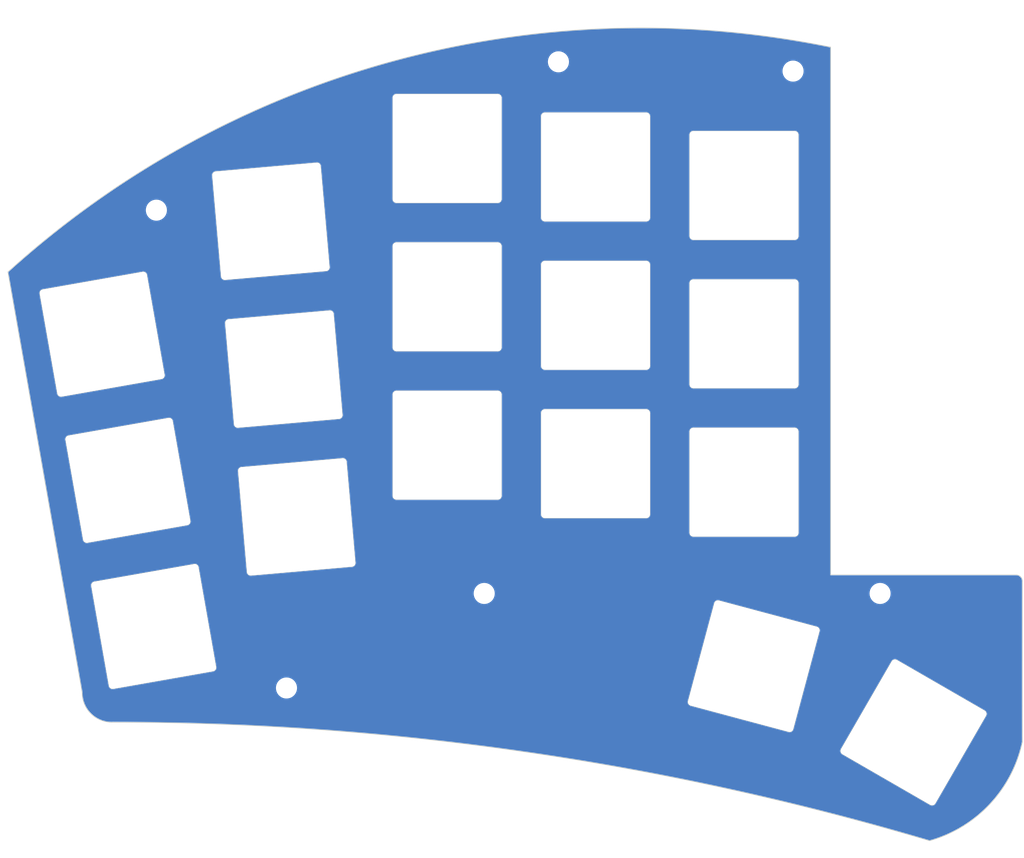
<source format=kicad_pcb>
(kicad_pcb (version 20221018) (generator pcbnew)
  (layers (0 "F.Cu" signal) (31 "B.Cu" signal) (34 "B.Paste" user) (35 "F.Paste" user) (36 "B.SilkS" user "B.Silkscreen") (37 "F.SilkS" user "F.Silkscreen") (38 "B.Mask" user) (39 "F.Mask" user) (44 "Edge.Cuts" user))
  (net 0 "")
  (net 1 "L_GND")
  (footprint "MountingHole:MountingHole_2.2mm_M2_DIN965" (layer "F.Cu") (at 126.1983 101.5936)
    (fp_text reference "H4" hide)
    (fp_text value "MountingHole")
    (pad "" np_thru_hole circle (at 0 0) (size 2.2 2.2) (drill 2.2) (layers "*.Cu" "*.Mask"))
  )
  (footprint "marbastlib-xp-plate-mx:Plate-M_MX_1u" (layer "F.Cu") (at 108.7369 49.2094)
    (fp_text reference "MX5" hide)
    (fp_text value "MX_SW_HS")
    (fp_line (start -7 -6.5) (end -7 6.5) (stroke (width 0.05)) (layer "Edge.Cuts"))
    (fp_line (start -6.5 7) (end 6.5 7) (stroke (width 0.05)) (layer "Edge.Cuts"))
    (fp_line (start 6.5 -7) (end -6.5 -7) (stroke (width 0.05)) (layer "Edge.Cuts"))
    (fp_line (start 7 6.5) (end 7 -6.5) (stroke (width 0.05)) (layer "Edge.Cuts"))
    (fp_arc (start -7 -6.5) (mid -6.853553 -6.853553) (end -6.5 -7) (stroke (width 0.05)) (layer "Edge.Cuts"))
    (fp_arc (start -6.497236 6.998884) (mid -6.850789 6.852437) (end -6.997236 6.498884) (stroke (width 0.05)) (layer "Edge.Cuts"))
    (fp_arc (start 6.5 -7) (mid 6.853553 -6.853553) (end 7 -6.5) (stroke (width 0.05)) (layer "Edge.Cuts"))
    (fp_arc (start 7 6.5) (mid 6.853553 6.853553) (end 6.5 7) (stroke (width 0.05)) (layer "Edge.Cuts"))
  )
  (footprint "MountingHole:MountingHole_2.2mm_M2_DIN965" (layer "F.Cu") (at 33.3354 52.3842)
    (fp_text reference "H1" hide)
    (fp_text value "MountingHole")
    (pad "" np_thru_hole circle (at 0 0) (size 2.2 2.2) (drill 2.2) (layers "*.Cu" "*.Mask"))
  )
  (footprint "marbastlib-xp-plate-mx:Plate-M_MX_1u" (layer "F.Cu") (at 130.4869 119.432 -30)
    (fp_text reference "MX17" hide)
    (fp_text value "MX_SW_HS")
    (fp_line (start -7 -6.5) (end -7 6.5) (stroke (width 0.05)) (layer "Edge.Cuts"))
    (fp_line (start -6.5 7) (end 6.5 7) (stroke (width 0.05)) (layer "Edge.Cuts"))
    (fp_line (start 6.5 -7) (end -6.5 -7) (stroke (width 0.05)) (layer "Edge.Cuts"))
    (fp_line (start 7 6.5) (end 7 -6.5) (stroke (width 0.05)) (layer "Edge.Cuts"))
    (fp_arc (start -7 -6.5) (mid -6.853553 -6.853553) (end -6.5 -7) (stroke (width 0.05)) (layer "Edge.Cuts"))
    (fp_arc (start -6.497236 6.998884) (mid -6.850789 6.852437) (end -6.997236 6.498884) (stroke (width 0.05)) (layer "Edge.Cuts"))
    (fp_arc (start 6.5 -7) (mid 6.853553 -6.853553) (end 7 -6.5) (stroke (width 0.05)) (layer "Edge.Cuts"))
    (fp_arc (start 7 6.5) (mid 6.853553 6.853553) (end 6.5 7) (stroke (width 0.05)) (layer "Edge.Cuts"))
  )
  (footprint "MountingHole:MountingHole_2.2mm_M2_DIN965" (layer "F.Cu") (at 84.9259 33.3354)
    (fp_text reference "H5" hide)
    (fp_text value "MountingHole")
    (pad "" np_thru_hole circle (at 0 0) (size 2.2 2.2) (drill 2.2) (layers "*.Cu" "*.Mask"))
  )
  (footprint "marbastlib-xp-plate-mx:Plate-M_MX_1u" (layer "F.Cu") (at 29.6833 87.071 10)
    (fp_text reference "MX6" hide)
    (fp_text value "MX_SW_HS")
    (fp_line (start -7 -6.5) (end -7 6.5) (stroke (width 0.05)) (layer "Edge.Cuts"))
    (fp_line (start -6.5 7) (end 6.5 7) (stroke (width 0.05)) (layer "Edge.Cuts"))
    (fp_line (start 6.5 -7) (end -6.5 -7) (stroke (width 0.05)) (layer "Edge.Cuts"))
    (fp_line (start 7 6.5) (end 7 -6.5) (stroke (width 0.05)) (layer "Edge.Cuts"))
    (fp_arc (start -7 -6.5) (mid -6.853553 -6.853553) (end -6.5 -7) (stroke (width 0.05)) (layer "Edge.Cuts"))
    (fp_arc (start -6.497236 6.998884) (mid -6.850789 6.852437) (end -6.997236 6.498884) (stroke (width 0.05)) (layer "Edge.Cuts"))
    (fp_arc (start 6.5 -7) (mid 6.853553 -6.853553) (end 7 -6.5) (stroke (width 0.05)) (layer "Edge.Cuts"))
    (fp_arc (start 7 6.5) (mid 6.853553 6.853553) (end 6.5 7) (stroke (width 0.05)) (layer "Edge.Cuts"))
  )
  (footprint "marbastlib-xp-plate-mx:Plate-M_MX_1u" (layer "F.Cu") (at 89.6881 65.8832)
    (fp_text reference "MX9" hide)
    (fp_text value "MX_SW_HS")
    (fp_line (start -7 -6.5) (end -7 6.5) (stroke (width 0.05)) (layer "Edge.Cuts"))
    (fp_line (start -6.5 7) (end 6.5 7) (stroke (width 0.05)) (layer "Edge.Cuts"))
    (fp_line (start 6.5 -7) (end -6.5 -7) (stroke (width 0.05)) (layer "Edge.Cuts"))
    (fp_line (start 7 6.5) (end 7 -6.5) (stroke (width 0.05)) (layer "Edge.Cuts"))
    (fp_arc (start -7 -6.5) (mid -6.853553 -6.853553) (end -6.5 -7) (stroke (width 0.05)) (layer "Edge.Cuts"))
    (fp_arc (start -6.497236 6.998884) (mid -6.850789 6.852437) (end -6.997236 6.498884) (stroke (width 0.05)) (layer "Edge.Cuts"))
    (fp_arc (start 6.5 -7) (mid 6.853553 -6.853553) (end 7 -6.5) (stroke (width 0.05)) (layer "Edge.Cuts"))
    (fp_arc (start 7 6.5) (mid 6.853553 6.853553) (end 6.5 7) (stroke (width 0.05)) (layer "Edge.Cuts"))
  )
  (footprint "marbastlib-xp-plate-mx:Plate-M_MX_1u" (layer "F.Cu") (at 89.6881 84.932)
    (fp_text reference "MX14" hide)
    (fp_text value "MX_SW_HS")
    (fp_line (start -7 -6.5) (end -7 6.5) (stroke (width 0.05)) (layer "Edge.Cuts"))
    (fp_line (start -6.5 7) (end 6.5 7) (stroke (width 0.05)) (layer "Edge.Cuts"))
    (fp_line (start 6.5 -7) (end -6.5 -7) (stroke (width 0.05)) (layer "Edge.Cuts"))
    (fp_line (start 7 6.5) (end 7 -6.5) (stroke (width 0.05)) (layer "Edge.Cuts"))
    (fp_arc (start -7 -6.5) (mid -6.853553 -6.853553) (end -6.5 -7) (stroke (width 0.05)) (layer "Edge.Cuts"))
    (fp_arc (start -6.497236 6.998884) (mid -6.850789 6.852437) (end -6.997236 6.498884) (stroke (width 0.05)) (layer "Edge.Cuts"))
    (fp_arc (start 6.5 -7) (mid 6.853553 -6.853553) (end 7 -6.5) (stroke (width 0.05)) (layer "Edge.Cuts"))
    (fp_arc (start 7 6.5) (mid 6.853553 6.853553) (end 6.5 7) (stroke (width 0.05)) (layer "Edge.Cuts"))
  )
  (footprint "marbastlib-xp-plate-mx:Plate-M_MX_1u" (layer "F.Cu") (at 70.6393 82.557)
    (fp_text reference "MX13" hide)
    (fp_text value "MX_SW_HS")
    (fp_line (start -7 -6.5) (end -7 6.5) (stroke (width 0.05)) (layer "Edge.Cuts"))
    (fp_line (start -6.5 7) (end 6.5 7) (stroke (width 0.05)) (layer "Edge.Cuts"))
    (fp_line (start 6.5 -7) (end -6.5 -7) (stroke (width 0.05)) (layer "Edge.Cuts"))
    (fp_line (start 7 6.5) (end 7 -6.5) (stroke (width 0.05)) (layer "Edge.Cuts"))
    (fp_arc (start -7 -6.5) (mid -6.853553 -6.853553) (end -6.5 -7) (stroke (width 0.05)) (layer "Edge.Cuts"))
    (fp_arc (start -6.497236 6.998884) (mid -6.850789 6.852437) (end -6.997236 6.498884) (stroke (width 0.05)) (layer "Edge.Cuts"))
    (fp_arc (start 6.5 -7) (mid 6.853553 -6.853553) (end 7 -6.5) (stroke (width 0.05)) (layer "Edge.Cuts"))
    (fp_arc (start 7 6.5) (mid 6.853553 6.853553) (end 6.5 7) (stroke (width 0.05)) (layer "Edge.Cuts"))
  )
  (footprint "MountingHole:MountingHole_2.2mm_M2_DIN965" (layer "F.Cu") (at 50.03 113.73)
    (fp_text reference "H2" hide)
    (fp_text value "MountingHole")
    (pad "" np_thru_hole circle (at 0 0) (size 2.2 2.2) (drill 2.2) (layers "*.Cu" "*.Mask"))
  )
  (footprint "marbastlib-xp-plate-mx:Plate-M_MX_1u" (layer "F.Cu") (at 26.3753 68.31 10)
    (fp_text reference "MX1" hide)
    (fp_text value "MX_SW_HS")
    (fp_line (start -7 -6.5) (end -7 6.5) (stroke (width 0.05)) (layer "Edge.Cuts"))
    (fp_line (start -6.5 7) (end 6.5 7) (stroke (width 0.05)) (layer "Edge.Cuts"))
    (fp_line (start 6.5 -7) (end -6.5 -7) (stroke (width 0.05)) (layer "Edge.Cuts"))
    (fp_line (start 7 6.5) (end 7 -6.5) (stroke (width 0.05)) (layer "Edge.Cuts"))
    (fp_arc (start -7 -6.5) (mid -6.853553 -6.853553) (end -6.5 -7) (stroke (width 0.05)) (layer "Edge.Cuts"))
    (fp_arc (start -6.497236 6.998884) (mid -6.850789 6.852437) (end -6.997236 6.498884) (stroke (width 0.05)) (layer "Edge.Cuts"))
    (fp_arc (start 6.5 -7) (mid 6.853553 -6.853553) (end 7 -6.5) (stroke (width 0.05)) (layer "Edge.Cuts"))
    (fp_arc (start 7 6.5) (mid 6.853553 6.853553) (end 6.5 7) (stroke (width 0.05)) (layer "Edge.Cuts"))
  )
  (footprint "MountingHole:MountingHole_2.2mm_M2_DIN965" (layer "F.Cu") (at 115.03 34.53)
    (fp_text reference "H7" hide)
    (fp_text value "MountingHole")
    (pad "" np_thru_hole circle (at 0 0) (size 2.2 2.2) (drill 2.2) (layers "*.Cu" "*.Mask"))
  )
  (footprint "marbastlib-xp-plate-mx:Plate-M_MX_1u" (layer "F.Cu") (at 32.9913 105.832 10)
    (fp_text reference "MX11" hide)
    (fp_text value "MX_SW_HS")
    (fp_line (start -7 -6.5) (end -7 6.5) (stroke (width 0.05)) (layer "Edge.Cuts"))
    (fp_line (start -6.5 7) (end 6.5 7) (stroke (width 0.05)) (layer "Edge.Cuts"))
    (fp_line (start 6.5 -7) (end -6.5 -7) (stroke (width 0.05)) (layer "Edge.Cuts"))
    (fp_line (start 7 6.5) (end 7 -6.5) (stroke (width 0.05)) (layer "Edge.Cuts"))
    (fp_arc (start -7 -6.5) (mid -6.853553 -6.853553) (end -6.5 -7) (stroke (width 0.05)) (layer "Edge.Cuts"))
    (fp_arc (start -6.497236 6.998884) (mid -6.850789 6.852437) (end -6.997236 6.498884) (stroke (width 0.05)) (layer "Edge.Cuts"))
    (fp_arc (start 6.5 -7) (mid 6.853553 -6.853553) (end 7 -6.5) (stroke (width 0.05)) (layer "Edge.Cuts"))
    (fp_arc (start 7 6.5) (mid 6.853553 6.853553) (end 6.5 7) (stroke (width 0.05)) (layer "Edge.Cuts"))
  )
  (footprint "marbastlib-xp-plate-mx:Plate-M_MX_1u" (layer "F.Cu") (at 109.9869 110.932 -15)
    (fp_text reference "MX16" hide)
    (fp_text value "MX_SW_HS")
    (fp_line (start -7 -6.5) (end -7 6.5) (stroke (width 0.05)) (layer "Edge.Cuts"))
    (fp_line (start -6.5 7) (end 6.5 7) (stroke (width 0.05)) (layer "Edge.Cuts"))
    (fp_line (start 6.5 -7) (end -6.5 -7) (stroke (width 0.05)) (layer "Edge.Cuts"))
    (fp_line (start 7 6.5) (end 7 -6.5) (stroke (width 0.05)) (layer "Edge.Cuts"))
    (fp_arc (start -7 -6.5) (mid -6.853553 -6.853553) (end -6.5 -7) (stroke (width 0.05)) (layer "Edge.Cuts"))
    (fp_arc (start -6.497236 6.998884) (mid -6.850789 6.852437) (end -6.997236 6.498884) (stroke (width 0.05)) (layer "Edge.Cuts"))
    (fp_arc (start 6.5 -7) (mid 6.853553 -6.853553) (end 7 -6.5) (stroke (width 0.05)) (layer "Edge.Cuts"))
    (fp_arc (start 7 6.5) (mid 6.853553 6.853553) (end 6.5 7) (stroke (width 0.05)) (layer "Edge.Cuts"))
  )
  (footprint "marbastlib-xp-plate-mx:Plate-M_MX_1u" (layer "F.Cu") (at 48.0303 53.807 5)
    (fp_text reference "MX2" hide)
    (fp_text value "MX_SW_HS")
    (fp_line (start -7 -6.5) (end -7 6.5) (stroke (width 0.05)) (layer "Edge.Cuts"))
    (fp_line (start -6.5 7) (end 6.5 7) (stroke (width 0.05)) (layer "Edge.Cuts"))
    (fp_line (start 6.5 -7) (end -6.5 -7) (stroke (width 0.05)) (layer "Edge.Cuts"))
    (fp_line (start 7 6.5) (end 7 -6.5) (stroke (width 0.05)) (layer "Edge.Cuts"))
    (fp_arc (start -7 -6.5) (mid -6.853553 -6.853553) (end -6.5 -7) (stroke (width 0.05)) (layer "Edge.Cuts"))
    (fp_arc (start -6.497236 6.998884) (mid -6.850789 6.852437) (end -6.997236 6.498884) (stroke (width 0.05)) (layer "Edge.Cuts"))
    (fp_arc (start 6.5 -7) (mid 6.853553 -6.853553) (end 7 -6.5) (stroke (width 0.05)) (layer "Edge.Cuts"))
    (fp_arc (start 7 6.5) (mid 6.853553 6.853553) (end 6.5 7) (stroke (width 0.05)) (layer "Edge.Cuts"))
  )
  (footprint "marbastlib-xp-plate-mx:Plate-M_MX_1u" (layer "F.Cu") (at 70.6393 44.4594)
    (fp_text reference "MX3" hide)
    (fp_text value "MX_SW_HS")
    (fp_line (start -7 -6.5) (end -7 6.5) (stroke (width 0.05)) (layer "Edge.Cuts"))
    (fp_line (start -6.5 7) (end 6.5 7) (stroke (width 0.05)) (layer "Edge.Cuts"))
    (fp_line (start 6.5 -7) (end -6.5 -7) (stroke (width 0.05)) (layer "Edge.Cuts"))
    (fp_line (start 7 6.5) (end 7 -6.5) (stroke (width 0.05)) (layer "Edge.Cuts"))
    (fp_arc (start -7 -6.5) (mid -6.853553 -6.853553) (end -6.5 -7) (stroke (width 0.05)) (layer "Edge.Cuts"))
    (fp_arc (start -6.497236 6.998884) (mid -6.850789 6.852437) (end -6.997236 6.498884) (stroke (width 0.05)) (layer "Edge.Cuts"))
    (fp_arc (start 6.5 -7) (mid 6.853553 -6.853553) (end 7 -6.5) (stroke (width 0.05)) (layer "Edge.Cuts"))
    (fp_arc (start 7 6.5) (mid 6.853553 6.853553) (end 6.5 7) (stroke (width 0.05)) (layer "Edge.Cuts"))
  )
  (footprint "marbastlib-xp-plate-mx:Plate-M_MX_1u" (layer "F.Cu") (at 49.6903 72.785 5)
    (fp_text reference "MX7" hide)
    (fp_text value "MX_SW_HS")
    (fp_line (start -7 -6.5) (end -7 6.5) (stroke (width 0.05)) (layer "Edge.Cuts"))
    (fp_line (start -6.5 7) (end 6.5 7) (stroke (width 0.05)) (layer "Edge.Cuts"))
    (fp_line (start 6.5 -7) (end -6.5 -7) (stroke (width 0.05)) (layer "Edge.Cuts"))
    (fp_line (start 7 6.5) (end 7 -6.5) (stroke (width 0.05)) (layer "Edge.Cuts"))
    (fp_arc (start -7 -6.5) (mid -6.853553 -6.853553) (end -6.5 -7) (stroke (width 0.05)) (layer "Edge.Cuts"))
    (fp_arc (start -6.497236 6.998884) (mid -6.850789 6.852437) (end -6.997236 6.498884) (stroke (width 0.05)) (layer "Edge.Cuts"))
    (fp_arc (start 6.5 -7) (mid 6.853553 -6.853553) (end 7 -6.5) (stroke (width 0.05)) (layer "Edge.Cuts"))
    (fp_arc (start 7 6.5) (mid 6.853553 6.853553) (end 6.5 7) (stroke (width 0.05)) (layer "Edge.Cuts"))
  )
  (footprint "marbastlib-xp-plate-mx:Plate-M_MX_1u" (layer "F.Cu") (at 51.3503 91.763 5)
    (fp_text reference "MX12" hide)
    (fp_text value "MX_SW_HS")
    (fp_line (start -7 -6.5) (end -7 6.5) (stroke (width 0.05)) (layer "Edge.Cuts"))
    (fp_line (start -6.5 7) (end 6.5 7) (stroke (width 0.05)) (layer "Edge.Cuts"))
    (fp_line (start 6.5 -7) (end -6.5 -7) (stroke (width 0.05)) (layer "Edge.Cuts"))
    (fp_line (start 7 6.5) (end 7 -6.5) (stroke (width 0.05)) (layer "Edge.Cuts"))
    (fp_arc (start -7 -6.5) (mid -6.853553 -6.853553) (end -6.5 -7) (stroke (width 0.05)) (layer "Edge.Cuts"))
    (fp_arc (start -6.497236 6.998884) (mid -6.850789 6.852437) (end -6.997236 6.498884) (stroke (width 0.05)) (layer "Edge.Cuts"))
    (fp_arc (start 6.5 -7) (mid 6.853553 -6.853553) (end 7 -6.5) (stroke (width 0.05)) (layer "Edge.Cuts"))
    (fp_arc (start 7 6.5) (mid 6.853553 6.853553) (end 6.5 7) (stroke (width 0.05)) (layer "Edge.Cuts"))
  )
  (footprint "marbastlib-xp-plate-mx:Plate-M_MX_1u" (layer "F.Cu") (at 89.6881 46.8344)
    (fp_text reference "MX4" hide)
    (fp_text value "MX_SW_HS")
    (fp_line (start -7 -6.5) (end -7 6.5) (stroke (width 0.05)) (layer "Edge.Cuts"))
    (fp_line (start -6.5 7) (end 6.5 7) (stroke (width 0.05)) (layer "Edge.Cuts"))
    (fp_line (start 6.5 -7) (end -6.5 -7) (stroke (width 0.05)) (layer "Edge.Cuts"))
    (fp_line (start 7 6.5) (end 7 -6.5) (stroke (width 0.05)) (layer "Edge.Cuts"))
    (fp_arc (start -7 -6.5) (mid -6.853553 -6.853553) (end -6.5 -7) (stroke (width 0.05)) (layer "Edge.Cuts"))
    (fp_arc (start -6.497236 6.998884) (mid -6.850789 6.852437) (end -6.997236 6.498884) (stroke (width 0.05)) (layer "Edge.Cuts"))
    (fp_arc (start 6.5 -7) (mid 6.853553 -6.853553) (end 7 -6.5) (stroke (width 0.05)) (layer "Edge.Cuts"))
    (fp_arc (start 7 6.5) (mid 6.853553 6.853553) (end 6.5 7) (stroke (width 0.05)) (layer "Edge.Cuts"))
  )
  (footprint "marbastlib-xp-plate-mx:Plate-M_MX_1u" (layer "F.Cu") (at 108.7369 68.2582)
    (fp_text reference "MX10" hide)
    (fp_text value "MX_SW_HS")
    (fp_line (start -7 -6.5) (end -7 6.5) (stroke (width 0.05)) (layer "Edge.Cuts"))
    (fp_line (start -6.5 7) (end 6.5 7) (stroke (width 0.05)) (layer "Edge.Cuts"))
    (fp_line (start 6.5 -7) (end -6.5 -7) (stroke (width 0.05)) (layer "Edge.Cuts"))
    (fp_line (start 7 6.5) (end 7 -6.5) (stroke (width 0.05)) (layer "Edge.Cuts"))
    (fp_arc (start -7 -6.5) (mid -6.853553 -6.853553) (end -6.5 -7) (stroke (width 0.05)) (layer "Edge.Cuts"))
    (fp_arc (start -6.497236 6.998884) (mid -6.850789 6.852437) (end -6.997236 6.498884) (stroke (width 0.05)) (layer "Edge.Cuts"))
    (fp_arc (start 6.5 -7) (mid 6.853553 -6.853553) (end 7 -6.5) (stroke (width 0.05)) (layer "Edge.Cuts"))
    (fp_arc (start 7 6.5) (mid 6.853553 6.853553) (end 6.5 7) (stroke (width 0.05)) (layer "Edge.Cuts"))
  )
  (footprint "marbastlib-xp-plate-mx:Plate-M_MX_1u" (layer "F.Cu") (at 70.6393 63.5082)
    (fp_text reference "MX8" hide)
    (fp_text value "MX_SW_HS")
    (fp_line (start -7 -6.5) (end -7 6.5) (stroke (width 0.05)) (layer "Edge.Cuts"))
    (fp_line (start -6.5 7) (end 6.5 7) (stroke (width 0.05)) (layer "Edge.Cuts"))
    (fp_line (start 6.5 -7) (end -6.5 -7) (stroke (width 0.05)) (layer "Edge.Cuts"))
    (fp_line (start 7 6.5) (end 7 -6.5) (stroke (width 0.05)) (layer "Edge.Cuts"))
    (fp_arc (start -7 -6.5) (mid -6.853553 -6.853553) (end -6.5 -7) (stroke (width 0.05)) (layer "Edge.Cuts"))
    (fp_arc (start -6.497236 6.998884) (mid -6.850789 6.852437) (end -6.997236 6.498884) (stroke (width 0.05)) (layer "Edge.Cuts"))
    (fp_arc (start 6.5 -7) (mid 6.853553 -6.853553) (end 7 -6.5) (stroke (width 0.05)) (layer "Edge.Cuts"))
    (fp_arc (start 7 6.5) (mid 6.853553 6.853553) (end 6.5 7) (stroke (width 0.05)) (layer "Edge.Cuts"))
  )
  (footprint "marbastlib-xp-plate-mx:Plate-M_MX_1u" (layer "F.Cu") (at 108.7369 87.307)
    (fp_text reference "MX15" hide)
    (fp_text value "MX_SW_HS")
    (fp_line (start -7 -6.5) (end -7 6.5) (stroke (width 0.05)) (layer "Edge.Cuts"))
    (fp_line (start -6.5 7) (end 6.5 7) (stroke (width 0.05)) (layer "Edge.Cuts"))
    (fp_line (start 6.5 -7) (end -6.5 -7) (stroke (width 0.05)) (layer "Edge.Cuts"))
    (fp_line (start 7 6.5) (end 7 -6.5) (stroke (width 0.05)) (layer "Edge.Cuts"))
    (fp_arc (start -7 -6.5) (mid -6.853553 -6.853553) (end -6.5 -7) (stroke (width 0.05)) (layer "Edge.Cuts"))
    (fp_arc (start -6.497236 6.998884) (mid -6.850789 6.852437) (end -6.997236 6.498884) (stroke (width 0.05)) (layer "Edge.Cuts"))
    (fp_arc (start 6.5 -7) (mid 6.853553 -6.853553) (end 7 -6.5) (stroke (width 0.05)) (layer "Edge.Cuts"))
    (fp_arc (start 7 6.5) (mid 6.853553 6.853553) (end 6.5 7) (stroke (width 0.05)) (layer "Edge.Cuts"))
  )
  (footprint "MountingHole:MountingHole_2.2mm_M2_DIN965" (layer "F.Cu") (at 75.4015 101.5936)
    (fp_text reference "H3" hide)
    (fp_text value "MountingHole")
    (pad "" np_thru_hole circle (at 0 0) (size 2.2 2.2) (drill 2.2) (layers "*.Cu" "*.Mask"))
  )
  (gr_arc (start 14.286601 60.321201) (mid 63.617096 33.269298) (end 119.8487 31.45) (stroke (width 0.1)) (layer "Edge.Cuts"))
  (gr_arc (start 143.6597 99.2125) (mid 144.220931 99.444969) (end 144.4534 100.0062) (stroke (width 0.1)) (layer "Edge.Cuts"))
  (gr_arc (start 27.7795 118.125122) (mid 80.714005 121.944401) (end 132.5479 133.3416) (stroke (width 0.1)) (layer "Edge.Cuts"))
  (gr_line (start 144.45 116.05) (end 144.4534 100.0062) (stroke (width 0.1)) (layer "Edge.Cuts"))
  (gr_line (start 144.4534 120.6424) (end 144.45 116.05) (stroke (width 0.1)) (layer "Edge.Cuts"))
  (gr_arc (start 27.7795 118.125122) (mid 24.97481 117.058553) (end 23.811 114.2928) (stroke (width 0.1)) (layer "Edge.Cuts"))
  (gr_line (start 119.8487 99.2125) (end 119.8487 31.45) (stroke (width 0.1)) (layer "Edge.Cuts"))
  (gr_line (start 143.6597 99.2125) (end 119.8487 99.2125) (stroke (width 0.1)) (layer "Edge.Cuts"))
  (gr_arc (start 144.4534 120.6424) (mid 140.269554 128.650344) (end 132.5479 133.3416) (stroke (width 0.1)) (layer "Edge.Cuts"))
  (gr_line (start 14.2866 60.3212) (end 23.811 114.2928) (stroke (width 0.1)) (layer "Edge.Cuts"))
  (zone (net 1) (net_name "L_GND") (layer "B.Cu") (connect_pads (clearance 0.5)) (min_thickness 0.25) (fill yes (thermal_gap 0.5) (thermal_bridge_width 0.5))
    (polygon (pts (xy 144.6693 37) (xy 102.0693 25.4) (xy 61.4693 30.2) (xy 35.8693 43.4) (xy 13.2693 59) (xy 23.0693 118.8) (xy 33.0693 119.8) (xy 64.0693 121.2) (xy 92.4693 125.4) (xy 124.2693 132.6) (xy 135.0693 135.6) (xy 141.8693 128.8) (xy 144.0693 123) (xy 144.6693 120.6)))
  )
)
</source>
